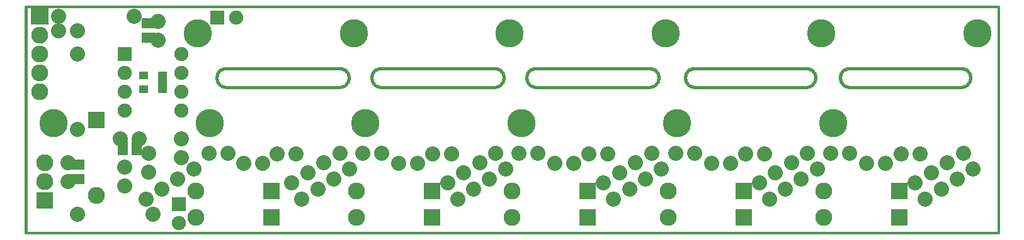
<source format=gbs>
G04 (created by PCBNEW-RS274X (20100406 SVN-R2508)-final) date 6/3/2010 9:57:39 PM*
G01*
G70*
G90*
%MOIN*%
G04 Gerber Fmt 3.4, Leading zero omitted, Abs format*
%FSLAX34Y34*%
G04 APERTURE LIST*
%ADD10C,0.006000*%
%ADD11C,0.012000*%
%ADD12C,0.015000*%
%ADD13C,0.090000*%
%ADD14R,0.090000X0.090000*%
%ADD15C,0.080000*%
%ADD16C,0.150000*%
%ADD17R,0.095000X0.090000*%
%ADD18R,0.050000X0.040000*%
%ADD19R,0.075000X0.055000*%
%ADD20R,0.055000X0.075000*%
%ADD21R,0.075000X0.075000*%
%ADD22C,0.075000*%
G04 APERTURE END LIST*
G54D10*
G54D11*
X72500Y-43250D02*
X21000Y-43250D01*
X72500Y-55250D02*
X72500Y-43250D01*
X21000Y-55250D02*
X72500Y-55250D01*
G54D12*
X70500Y-47500D02*
X70543Y-47498D01*
X70586Y-47492D01*
X70629Y-47482D01*
X70671Y-47469D01*
X70711Y-47453D01*
X70750Y-47433D01*
X70786Y-47409D01*
X70821Y-47383D01*
X70853Y-47353D01*
X70883Y-47321D01*
X70909Y-47286D01*
X70933Y-47249D01*
X70953Y-47211D01*
X70969Y-47171D01*
X70982Y-47129D01*
X70992Y-47086D01*
X70998Y-47043D01*
X71000Y-47000D01*
X71000Y-47000D02*
X70998Y-46957D01*
X70992Y-46914D01*
X70982Y-46871D01*
X70969Y-46829D01*
X70953Y-46789D01*
X70933Y-46751D01*
X70909Y-46714D01*
X70883Y-46679D01*
X70853Y-46647D01*
X70821Y-46617D01*
X70786Y-46591D01*
X70750Y-46567D01*
X70711Y-46547D01*
X70671Y-46531D01*
X70629Y-46518D01*
X70586Y-46508D01*
X70543Y-46502D01*
X70500Y-46500D01*
X64600Y-47500D02*
X70500Y-47500D01*
X70500Y-46500D02*
X64600Y-46500D01*
X21000Y-55200D02*
X21000Y-55000D01*
X54000Y-47500D02*
X48000Y-47500D01*
X31600Y-46500D02*
X31557Y-46502D01*
X31514Y-46508D01*
X31471Y-46518D01*
X31429Y-46531D01*
X31389Y-46547D01*
X31351Y-46567D01*
X31314Y-46591D01*
X31279Y-46617D01*
X31247Y-46647D01*
X31217Y-46679D01*
X31191Y-46714D01*
X31167Y-46751D01*
X31147Y-46789D01*
X31131Y-46829D01*
X31118Y-46871D01*
X31108Y-46914D01*
X31102Y-46957D01*
X31100Y-47000D01*
X31100Y-47000D02*
X31102Y-47043D01*
X31108Y-47086D01*
X31118Y-47129D01*
X31131Y-47171D01*
X31147Y-47211D01*
X31167Y-47249D01*
X31191Y-47286D01*
X31217Y-47321D01*
X31247Y-47353D01*
X31279Y-47383D01*
X31314Y-47409D01*
X31351Y-47433D01*
X31389Y-47453D01*
X31429Y-47469D01*
X31471Y-47482D01*
X31514Y-47492D01*
X31557Y-47498D01*
X31600Y-47500D01*
X37600Y-47500D02*
X37643Y-47498D01*
X37686Y-47492D01*
X37729Y-47482D01*
X37771Y-47469D01*
X37811Y-47453D01*
X37850Y-47433D01*
X37886Y-47409D01*
X37921Y-47383D01*
X37953Y-47353D01*
X37983Y-47321D01*
X38009Y-47286D01*
X38033Y-47249D01*
X38053Y-47211D01*
X38069Y-47171D01*
X38082Y-47129D01*
X38092Y-47086D01*
X38098Y-47043D01*
X38100Y-47000D01*
X38100Y-47000D02*
X38098Y-46957D01*
X38092Y-46914D01*
X38082Y-46871D01*
X38069Y-46829D01*
X38053Y-46789D01*
X38033Y-46751D01*
X38009Y-46714D01*
X37983Y-46679D01*
X37953Y-46647D01*
X37921Y-46617D01*
X37886Y-46591D01*
X37850Y-46567D01*
X37811Y-46547D01*
X37771Y-46531D01*
X37729Y-46518D01*
X37686Y-46508D01*
X37643Y-46502D01*
X37600Y-46500D01*
X39800Y-46500D02*
X39757Y-46502D01*
X39714Y-46508D01*
X39671Y-46518D01*
X39629Y-46531D01*
X39589Y-46547D01*
X39551Y-46567D01*
X39514Y-46591D01*
X39479Y-46617D01*
X39447Y-46647D01*
X39417Y-46679D01*
X39391Y-46714D01*
X39367Y-46751D01*
X39347Y-46789D01*
X39331Y-46829D01*
X39318Y-46871D01*
X39308Y-46914D01*
X39302Y-46957D01*
X39300Y-47000D01*
X39300Y-47000D02*
X39302Y-47043D01*
X39308Y-47086D01*
X39318Y-47129D01*
X39331Y-47171D01*
X39347Y-47211D01*
X39367Y-47249D01*
X39391Y-47286D01*
X39417Y-47321D01*
X39447Y-47353D01*
X39479Y-47383D01*
X39514Y-47409D01*
X39551Y-47433D01*
X39589Y-47453D01*
X39629Y-47469D01*
X39671Y-47482D01*
X39714Y-47492D01*
X39757Y-47498D01*
X39800Y-47500D01*
X45800Y-47500D02*
X45843Y-47498D01*
X45886Y-47492D01*
X45929Y-47482D01*
X45971Y-47469D01*
X46011Y-47453D01*
X46050Y-47433D01*
X46086Y-47409D01*
X46121Y-47383D01*
X46153Y-47353D01*
X46183Y-47321D01*
X46209Y-47286D01*
X46233Y-47249D01*
X46253Y-47211D01*
X46269Y-47171D01*
X46282Y-47129D01*
X46292Y-47086D01*
X46298Y-47043D01*
X46300Y-47000D01*
X46300Y-47000D02*
X46298Y-46957D01*
X46292Y-46914D01*
X46282Y-46871D01*
X46269Y-46829D01*
X46253Y-46789D01*
X46233Y-46751D01*
X46209Y-46714D01*
X46183Y-46679D01*
X46153Y-46647D01*
X46121Y-46617D01*
X46086Y-46591D01*
X46050Y-46567D01*
X46011Y-46547D01*
X45971Y-46531D01*
X45929Y-46518D01*
X45886Y-46508D01*
X45843Y-46502D01*
X45800Y-46500D01*
X48000Y-46500D02*
X47957Y-46502D01*
X47914Y-46508D01*
X47871Y-46518D01*
X47829Y-46531D01*
X47789Y-46547D01*
X47751Y-46567D01*
X47714Y-46591D01*
X47679Y-46617D01*
X47647Y-46647D01*
X47617Y-46679D01*
X47591Y-46714D01*
X47567Y-46751D01*
X47547Y-46789D01*
X47531Y-46829D01*
X47518Y-46871D01*
X47508Y-46914D01*
X47502Y-46957D01*
X47500Y-47000D01*
X47500Y-47000D02*
X47502Y-47043D01*
X47508Y-47086D01*
X47518Y-47129D01*
X47531Y-47171D01*
X47547Y-47211D01*
X47567Y-47249D01*
X47591Y-47286D01*
X47617Y-47321D01*
X47647Y-47353D01*
X47679Y-47383D01*
X47714Y-47409D01*
X47751Y-47433D01*
X47789Y-47453D01*
X47829Y-47469D01*
X47871Y-47482D01*
X47914Y-47492D01*
X47957Y-47498D01*
X48000Y-47500D01*
X54000Y-47500D02*
X54043Y-47498D01*
X54086Y-47492D01*
X54129Y-47482D01*
X54171Y-47469D01*
X54211Y-47453D01*
X54250Y-47433D01*
X54286Y-47409D01*
X54321Y-47383D01*
X54353Y-47353D01*
X54383Y-47321D01*
X54409Y-47286D01*
X54433Y-47249D01*
X54453Y-47211D01*
X54469Y-47171D01*
X54482Y-47129D01*
X54492Y-47086D01*
X54498Y-47043D01*
X54500Y-47000D01*
X54500Y-47000D02*
X54498Y-46957D01*
X54492Y-46914D01*
X54482Y-46871D01*
X54469Y-46829D01*
X54453Y-46789D01*
X54433Y-46751D01*
X54409Y-46714D01*
X54383Y-46679D01*
X54353Y-46647D01*
X54321Y-46617D01*
X54286Y-46591D01*
X54250Y-46567D01*
X54211Y-46547D01*
X54171Y-46531D01*
X54129Y-46518D01*
X54086Y-46508D01*
X54043Y-46502D01*
X54000Y-46500D01*
X55900Y-47000D02*
X55902Y-47043D01*
X55908Y-47086D01*
X55918Y-47129D01*
X55931Y-47171D01*
X55947Y-47211D01*
X55967Y-47249D01*
X55991Y-47286D01*
X56017Y-47321D01*
X56047Y-47353D01*
X56079Y-47383D01*
X56114Y-47409D01*
X56151Y-47433D01*
X56189Y-47453D01*
X56229Y-47469D01*
X56271Y-47482D01*
X56314Y-47492D01*
X56357Y-47498D01*
X56400Y-47500D01*
X56400Y-46500D02*
X56357Y-46502D01*
X56314Y-46508D01*
X56271Y-46518D01*
X56229Y-46531D01*
X56189Y-46547D01*
X56151Y-46567D01*
X56114Y-46591D01*
X56079Y-46617D01*
X56047Y-46647D01*
X56017Y-46679D01*
X55991Y-46714D01*
X55967Y-46751D01*
X55947Y-46789D01*
X55931Y-46829D01*
X55918Y-46871D01*
X55908Y-46914D01*
X55902Y-46957D01*
X55900Y-47000D01*
X62300Y-47500D02*
X62343Y-47498D01*
X62386Y-47492D01*
X62429Y-47482D01*
X62471Y-47469D01*
X62511Y-47453D01*
X62550Y-47433D01*
X62586Y-47409D01*
X62621Y-47383D01*
X62653Y-47353D01*
X62683Y-47321D01*
X62709Y-47286D01*
X62733Y-47249D01*
X62753Y-47211D01*
X62769Y-47171D01*
X62782Y-47129D01*
X62792Y-47086D01*
X62798Y-47043D01*
X62800Y-47000D01*
X62800Y-47000D02*
X62798Y-46957D01*
X62792Y-46914D01*
X62782Y-46871D01*
X62769Y-46829D01*
X62753Y-46789D01*
X62733Y-46751D01*
X62709Y-46714D01*
X62683Y-46679D01*
X62653Y-46647D01*
X62621Y-46617D01*
X62586Y-46591D01*
X62550Y-46567D01*
X62511Y-46547D01*
X62471Y-46531D01*
X62429Y-46518D01*
X62386Y-46508D01*
X62343Y-46502D01*
X62300Y-46500D01*
X31600Y-47500D02*
X37600Y-47500D01*
X37600Y-46500D02*
X31600Y-46500D01*
X39800Y-47500D02*
X45800Y-47500D01*
X45800Y-46500D02*
X39800Y-46500D01*
X54000Y-46500D02*
X48000Y-46500D01*
X56400Y-46500D02*
X62300Y-46500D01*
X62300Y-47500D02*
X56400Y-47500D01*
X64100Y-47000D02*
X64102Y-47043D01*
X64108Y-47086D01*
X64118Y-47129D01*
X64131Y-47171D01*
X64147Y-47211D01*
X64167Y-47249D01*
X64191Y-47286D01*
X64217Y-47321D01*
X64247Y-47353D01*
X64279Y-47383D01*
X64314Y-47409D01*
X64351Y-47433D01*
X64389Y-47453D01*
X64429Y-47469D01*
X64471Y-47482D01*
X64514Y-47492D01*
X64557Y-47498D01*
X64600Y-47500D01*
X64600Y-46500D02*
X64557Y-46502D01*
X64514Y-46508D01*
X64471Y-46518D01*
X64429Y-46531D01*
X64389Y-46547D01*
X64351Y-46567D01*
X64314Y-46591D01*
X64279Y-46617D01*
X64247Y-46647D01*
X64217Y-46679D01*
X64191Y-46714D01*
X64167Y-46751D01*
X64147Y-46789D01*
X64131Y-46829D01*
X64118Y-46871D01*
X64108Y-46914D01*
X64102Y-46957D01*
X64100Y-47000D01*
X21000Y-43250D02*
X21000Y-55000D01*
G54D13*
X24750Y-53250D03*
G54D14*
X24750Y-49250D03*
G54D13*
X63250Y-53000D03*
G54D14*
X67250Y-53000D03*
G54D13*
X63250Y-54400D03*
G54D14*
X67250Y-54400D03*
G54D13*
X55000Y-53000D03*
G54D14*
X59000Y-53000D03*
G54D13*
X55000Y-54400D03*
G54D14*
X59000Y-54400D03*
G54D13*
X46750Y-53000D03*
G54D14*
X50750Y-53000D03*
G54D13*
X46750Y-54400D03*
G54D14*
X50750Y-54400D03*
G54D13*
X38500Y-53000D03*
G54D14*
X42500Y-53000D03*
G54D13*
X38500Y-54400D03*
G54D14*
X42500Y-54400D03*
G54D13*
X30000Y-53000D03*
G54D14*
X34000Y-53000D03*
G54D13*
X30000Y-54400D03*
G54D14*
X34000Y-54400D03*
G54D15*
X23750Y-54250D03*
X27750Y-54250D03*
X23750Y-45750D03*
X23750Y-49750D03*
X22750Y-43750D03*
X26750Y-43750D03*
X37300Y-52375D03*
X36452Y-52905D03*
X35604Y-53435D03*
X38148Y-51845D03*
G54D16*
X38361Y-44637D03*
X30729Y-49407D03*
G54D15*
X45550Y-52375D03*
X44702Y-52905D03*
X43854Y-53435D03*
X46398Y-51845D03*
G54D16*
X46611Y-44637D03*
X38979Y-49407D03*
G54D15*
X53800Y-52375D03*
X52952Y-52905D03*
X52104Y-53435D03*
X54648Y-51845D03*
G54D16*
X54861Y-44637D03*
X47229Y-49407D03*
G54D15*
X62050Y-52375D03*
X61202Y-52905D03*
X60354Y-53435D03*
X62898Y-51845D03*
G54D16*
X63111Y-44637D03*
X55479Y-49407D03*
G54D15*
X70300Y-52375D03*
X69452Y-52905D03*
X68604Y-53435D03*
X71148Y-51845D03*
G54D16*
X71361Y-44637D03*
X63729Y-49407D03*
G54D15*
X29050Y-52375D03*
X28202Y-52905D03*
X27354Y-53435D03*
X29898Y-51845D03*
G54D16*
X30111Y-44637D03*
X22479Y-49407D03*
G54D15*
X69770Y-51527D03*
X68922Y-52057D03*
X68074Y-52587D03*
X70618Y-50997D03*
G54D16*
X71361Y-44637D03*
X63729Y-49407D03*
G54D15*
X61520Y-51527D03*
X60672Y-52057D03*
X59824Y-52587D03*
X62368Y-50997D03*
G54D16*
X63111Y-44637D03*
X55479Y-49407D03*
G54D15*
X53270Y-51527D03*
X52422Y-52057D03*
X51574Y-52587D03*
X54118Y-50997D03*
G54D16*
X54861Y-44637D03*
X47229Y-49407D03*
G54D15*
X45020Y-51527D03*
X44172Y-52057D03*
X43324Y-52587D03*
X45868Y-50997D03*
G54D16*
X46611Y-44637D03*
X38979Y-49407D03*
G54D15*
X36770Y-51527D03*
X35922Y-52057D03*
X35074Y-52587D03*
X37618Y-50997D03*
G54D16*
X38361Y-44637D03*
X30729Y-49407D03*
G54D15*
X29250Y-51250D03*
X29250Y-50250D03*
X51800Y-51050D03*
X50800Y-51050D03*
X32550Y-51550D03*
X33550Y-51550D03*
X39850Y-51000D03*
X38850Y-51000D03*
X31700Y-51000D03*
X30700Y-51000D03*
X40750Y-51550D03*
X41750Y-51550D03*
X43550Y-51050D03*
X42550Y-51050D03*
X35300Y-51050D03*
X34300Y-51050D03*
G54D17*
X21750Y-43750D03*
G54D13*
X21750Y-44750D03*
X21750Y-45740D03*
X21750Y-46760D03*
X21750Y-47750D03*
G54D18*
X28250Y-46875D03*
X28250Y-47625D03*
X27250Y-46875D03*
X28250Y-47250D03*
X27250Y-47625D03*
G54D15*
X48100Y-51000D03*
X47100Y-51000D03*
X26250Y-51750D03*
X26250Y-52750D03*
G54D19*
X23750Y-52375D03*
X23750Y-51625D03*
G54D15*
X23250Y-52500D03*
X23250Y-51500D03*
X23750Y-44500D03*
X22750Y-44500D03*
G54D20*
X26125Y-50750D03*
X26875Y-50750D03*
G54D15*
X26000Y-50250D03*
X27000Y-50250D03*
X26000Y-50250D03*
X27000Y-50250D03*
G54D19*
X27500Y-44125D03*
X27500Y-44875D03*
G54D15*
X28000Y-44000D03*
X28000Y-45000D03*
X28000Y-44000D03*
X28000Y-45000D03*
X68350Y-51050D03*
X67350Y-51050D03*
X56400Y-51000D03*
X55400Y-51000D03*
X57300Y-51550D03*
X58300Y-51550D03*
X64600Y-51000D03*
X63600Y-51000D03*
X65500Y-51550D03*
X66500Y-51550D03*
X27500Y-51000D03*
X27500Y-52000D03*
X49000Y-51550D03*
X50000Y-51550D03*
X60100Y-51050D03*
X59100Y-51050D03*
G54D21*
X26250Y-45750D03*
G54D22*
X26250Y-46750D03*
X26250Y-47750D03*
X26250Y-48750D03*
X29250Y-48750D03*
X29250Y-47750D03*
X29250Y-46750D03*
X29250Y-45750D03*
G54D13*
X22000Y-51500D03*
X22000Y-52500D03*
G54D14*
X22000Y-53500D03*
G54D21*
X31150Y-43800D03*
G54D22*
X32150Y-43800D03*
G54D21*
X29100Y-53700D03*
G54D22*
X29100Y-54700D03*
M02*

</source>
